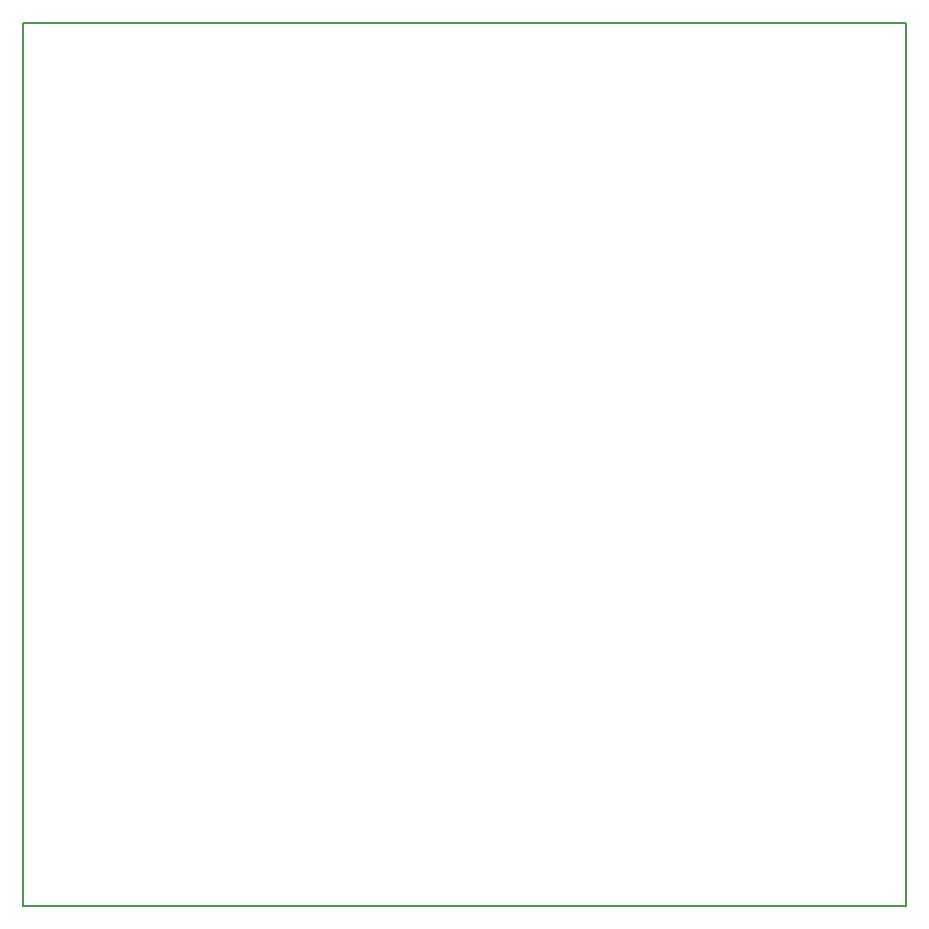
<source format=gbr>
%TF.GenerationSoftware,Novarm,DipTrace,3.2.0.0*%
%TF.CreationDate,2018-08-20T17:19:44+05:00*%
%FSLAX26Y26*%
%MOIN*%
%TF.FileFunction,Profile*%
%TF.Part,Single*%
%ADD11C,0.005512*%
G75*
G01*
%LPD*%
X4003Y4003D2*
D11*
Y2949003D1*
X2949003D1*
Y4003D1*
X4003D1*
M02*

</source>
